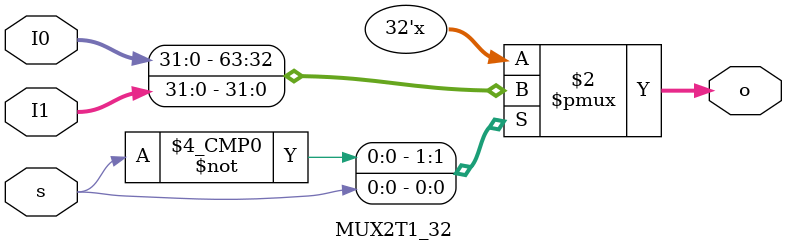
<source format=v>
`timescale 1ns / 1ps
module  MUX2T1_32(input[31:0]I0,
						input[31:0]I1,
						input s,
						output reg[31:0]o
						 );

	always@*			////32Î»2Ñ¡Ò»,I0¡¢I1¶ÔÓ¦Ñ¡ÔñÍ¨µÀ0¡¢1
		case(s)
			1'b0: o<=I0;
			1'b1: o<=I1;
		endcase

endmodule

</source>
